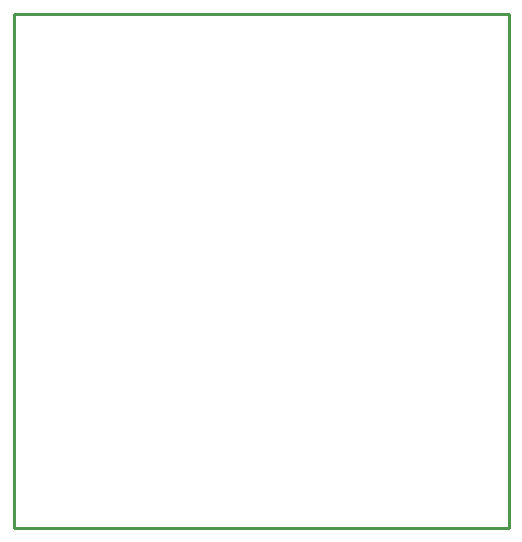
<source format=gbr>
G04 EAGLE Gerber RS-274X export*
G75*
%MOMM*%
%FSLAX34Y34*%
%LPD*%
%IN*%
%IPPOS*%
%AMOC8*
5,1,8,0,0,1.08239X$1,22.5*%
G01*
%ADD10C,0.254000*%


D10*
X0Y0D02*
X418900Y0D01*
X418900Y434850D01*
X0Y434850D01*
X0Y0D01*
M02*

</source>
